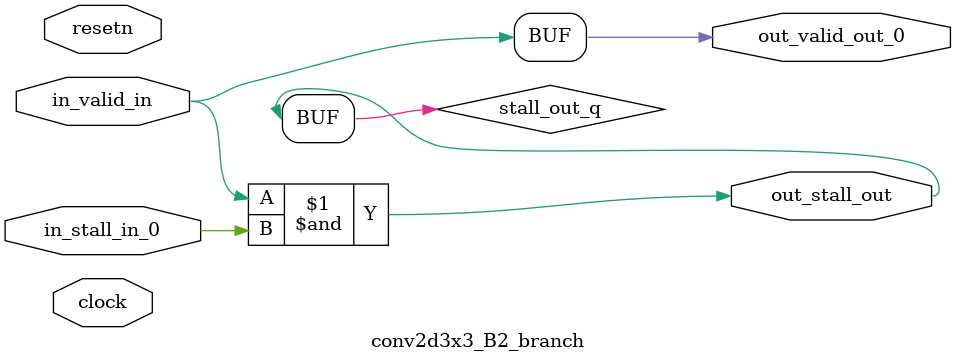
<source format=sv>



(* altera_attribute = "-name AUTO_SHIFT_REGISTER_RECOGNITION OFF; -name MESSAGE_DISABLE 10036; -name MESSAGE_DISABLE 10037; -name MESSAGE_DISABLE 14130; -name MESSAGE_DISABLE 14320; -name MESSAGE_DISABLE 15400; -name MESSAGE_DISABLE 14130; -name MESSAGE_DISABLE 10036; -name MESSAGE_DISABLE 12020; -name MESSAGE_DISABLE 12030; -name MESSAGE_DISABLE 12010; -name MESSAGE_DISABLE 12110; -name MESSAGE_DISABLE 14320; -name MESSAGE_DISABLE 13410; -name MESSAGE_DISABLE 113007; -name MESSAGE_DISABLE 10958" *)
module conv2d3x3_B2_branch (
    input wire [0:0] in_stall_in_0,
    input wire [0:0] in_valid_in,
    output wire [0:0] out_stall_out,
    output wire [0:0] out_valid_out_0,
    input wire clock,
    input wire resetn
    );

    wire [0:0] stall_out_q;


    // stall_out(LOGICAL,6)
    assign stall_out_q = in_valid_in & in_stall_in_0;

    // out_stall_out(GPOUT,4)
    assign out_stall_out = stall_out_q;

    // out_valid_out_0(GPOUT,5)
    assign out_valid_out_0 = in_valid_in;

endmodule

</source>
